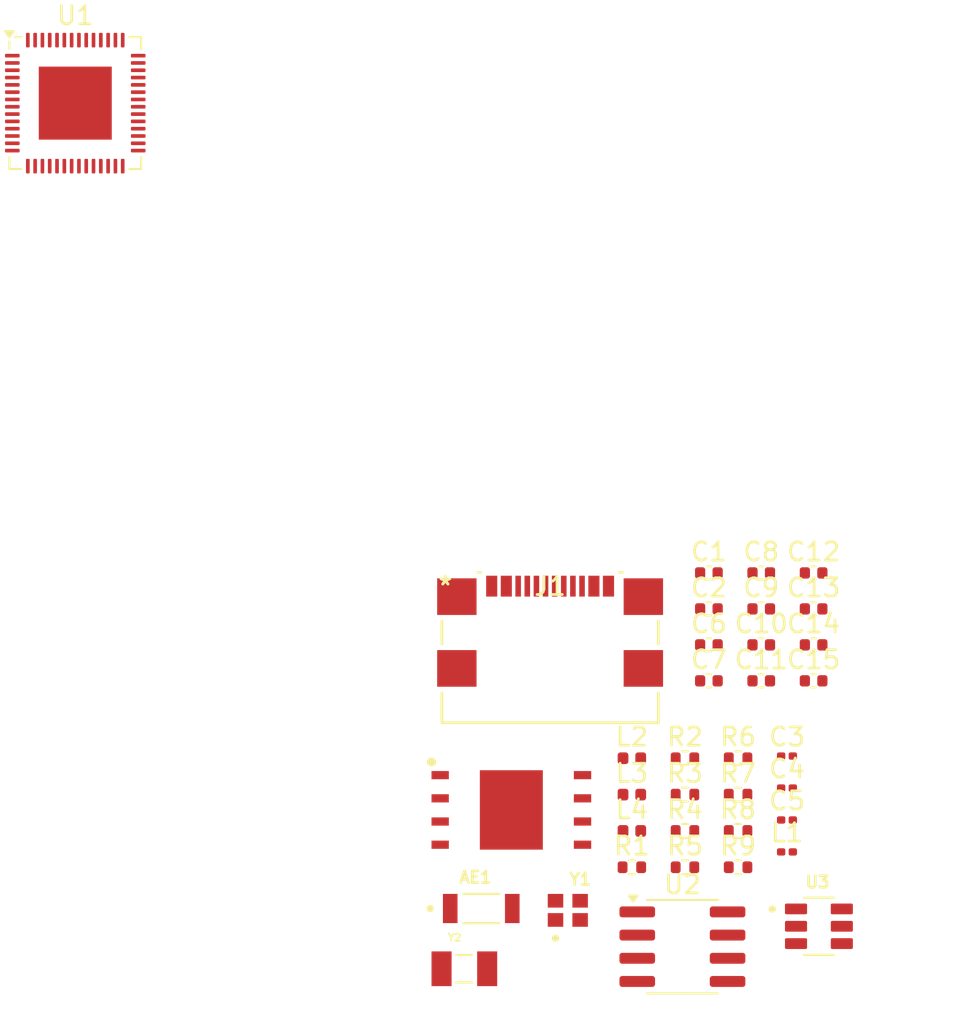
<source format=kicad_pcb>
(kicad_pcb (version 20240108) (generator "pcbnew") (generator_version "8.0")
  (layers (0 "F.Cu" signal) (31 "B.Cu" signal) (34 "B.Paste" user) (35 "F.Paste" user) (36 "B.SilkS" user "B.Silkscreen") (37 "F.SilkS" user "F.Silkscreen") (38 "B.Mask" user) (39 "F.Mask" user) (44 "Edge.Cuts" user))
  (net 0 "")
  (net 1 "Net-(AE1-FEED)")
  (net 2 "GNDA")
  (net 3 "GNDD")
  (net 5 "Net-(U1-XTAL_N)")
  (net 16 "Net-(C3-Pad2)")
  (net 18 "Net-(C5-Pad1)")
  (net 19 "Net-(U1-XTAL_P)")
  (net 21 "3V3")
  (net 22 "Net-(U1-XTAL_32K_P)")
  (net 23 "Net-(U1-XTAL_32K_N)")
  (net 24 "VDD_PSRAM")
  (net 28 "Net-(C15-Pad2)")
  (net 30 "MISO_FLASH")
  (net 33 "Net-(U1-LNA_IN)")
  (net 34 "MOSI_FLASH")
  (net 37 "SLCK_FLASH")
  (net 40 "CS_FLASH")
  (net 43 "USB_D-_EXT")
  (net 45 "USB_D+_EXT")
  (net 46 "Net-(J1-CC2)")
  (net 47 "Net-(J1-CC1)")
  (net 51 "5v_USB_EXT")
  (net 56 "CS_PSRAM")
  (net 57 "Net-(U1-SPICS1)")
  (net 58 "HLD_PSRAM")
  (net 59 "Net-(U1-SPIHD)")
  (net 60 "Net-(U1-SPIWP)")
  (net 61 "WP_PSRAM")
  (net 62 "Net-(U1-SPICLK)")
  (net 63 "SCLK_PSRAM")
  (net 64 "DO_PSRAM")
  (net 65 "Net-(U1-SPIQ)")
  (net 66 "DI_PSRAM")
  (net 67 "Net-(U1-SPID)")
  (net 68 "Net-(U1-GPIO20{slash}USB_D+)")
  (net 69 "Net-(U1-GPIO19{slash}USB_D-)")
  (footprint "Resistor_SMD:R_0402_1005Metric" (layer "F.Cu") (at 143.9066 109.8371)
    (property "Reference" "R2" (at 0 -1.17 0) (layer "F.SilkS"))
    (property "Value" "0")
    (fp_line (start -0.153641 -0.38) (end 0.153641 -0.38) (stroke (width 0.12)) (layer "F.SilkS"))
    (fp_line (start -0.153641 0.38) (end 0.153641 0.38) (stroke (width 0.12)) (layer "F.SilkS"))
    (pad "1" smd roundrect (at -0.51 0) (size 0.54 0.64) (layers "F.Cu" "F.Paste" "F.Mask") (net 57 "Net-(U1-SPICS1)"))
    (pad "2" smd roundrect (at 0.51 0) (size 0.54 0.64) (layers "F.Cu" "F.Paste" "F.Mask") (net 56 "CS_PSRAM"))
  )
  (footprint "Capacitor_SMD:C_0402_1005Metric" (layer "F.Cu") (at 150.9566 105.5971)
    (property "Reference" "C15" (at 0 -1.16 0) (layer "F.SilkS"))
    (property "Value" "0.1uF")
    (fp_line (start -0.107836 -0.36) (end 0.107836 -0.36) (stroke (width 0.12)) (layer "F.SilkS"))
    (fp_line (start -0.107836 0.36) (end 0.107836 0.36) (stroke (width 0.12)) (layer "F.SilkS"))
    (pad "1" smd roundrect (at -0.48 0) (size 0.56 0.62) (layers "F.Cu" "F.Paste" "F.Mask") (net 3 "GNDD"))
    (pad "2" smd roundrect (at 0.48 0) (size 0.56 0.62) (layers "F.Cu" "F.Paste" "F.Mask") (net 28 "Net-(C15-Pad2)"))
  )
  (footprint "Capacitor_SMD:C_0402_1005Metric" (layer "F.Cu") (at 150.9566 99.6871)
    (property "Reference" "C12" (at 0 -1.16 0) (layer "F.SilkS"))
    (property "Value" "17pF")
    (fp_line (start -0.107836 -0.36) (end 0.107836 -0.36) (stroke (width 0.12)) (layer "F.SilkS"))
    (fp_line (start -0.107836 0.36) (end 0.107836 0.36) (stroke (width 0.12)) (layer "F.SilkS"))
    (pad "1" smd roundrect (at -0.48 0) (size 0.56 0.62) (layers "F.Cu" "F.Paste" "F.Mask") (net 3 "GNDD"))
    (pad "2" smd roundrect (at 0.48 0) (size 0.56 0.62) (layers "F.Cu" "F.Paste" "F.Mask") (net 22 "Net-(U1-XTAL_32K_P)"))
  )
  (footprint "Resistor_SMD:R_0402_1005Metric" (layer "F.Cu") (at 143.9066 111.8271)
    (property "Reference" "R3" (at 0 -1.17 0) (layer "F.SilkS"))
    (property "Value" "0")
    (fp_line (start -0.153641 -0.38) (end 0.153641 -0.38) (stroke (width 0.12)) (layer "F.SilkS"))
    (fp_line (start -0.153641 0.38) (end 0.153641 0.38) (stroke (width 0.12)) (layer "F.SilkS"))
    (pad "1" smd roundrect (at -0.51 0) (size 0.54 0.64) (layers "F.Cu" "F.Paste" "F.Mask") (net 59 "Net-(U1-SPIHD)"))
    (pad "2" smd roundrect (at 0.51 0) (size 0.54 0.64) (layers "F.Cu" "F.Paste" "F.Mask") (net 58 "HLD_PSRAM"))
  )
  (footprint "Capacitor_SMD:C_0402_1005Metric" (layer "F.Cu") (at 145.2166 105.5971)
    (property "Reference" "C7" (at 0 -1.16 0) (layer "F.SilkS"))
    (property "Value" "0.1uF")
    (fp_line (start -0.107836 -0.36) (end 0.107836 -0.36) (stroke (width 0.12)) (layer "F.SilkS"))
    (fp_line (start -0.107836 0.36) (end 0.107836 0.36) (stroke (width 0.12)) (layer "F.SilkS"))
    (pad "1" smd roundrect (at -0.48 0) (size 0.56 0.62) (layers "F.Cu" "F.Paste" "F.Mask") (net 3 "GNDD"))
    (pad "2" smd roundrect (at 0.48 0) (size 0.56 0.62) (layers "F.Cu" "F.Paste" "F.Mask") (net 21 "3V3"))
  )
  (footprint "Capacitor_SMD:C_0402_1005Metric" (layer "F.Cu") (at 145.2166 99.6871)
    (property "Reference" "C1" (at 0 -1.16 0) (layer "F.SilkS"))
    (property "Value" "14pF")
    (fp_line (start -0.107836 -0.36) (end 0.107836 -0.36) (stroke (width 0.12)) (layer "F.SilkS"))
    (fp_line (start -0.107836 0.36) (end 0.107836 0.36) (stroke (width 0.12)) (layer "F.SilkS"))
    (pad "1" smd roundrect (at -0.48 0) (size 0.56 0.62) (layers "F.Cu" "F.Paste" "F.Mask") (net 3 "GNDD"))
    (pad "2" smd roundrect (at 0.48 0) (size 0.56 0.62) (layers "F.Cu" "F.Paste" "F.Mask") (net 19 "Net-(U1-XTAL_P)"))
  )
  (footprint "Resistor_SMD:R_0402_1005Metric" (layer "F.Cu") (at 143.9066 113.8171)
    (property "Reference" "R4" (at 0 -1.17 0) (layer "F.SilkS"))
    (property "Value" "0")
    (fp_line (start -0.153641 -0.38) (end 0.153641 -0.38) (stroke (width 0.12)) (layer "F.SilkS"))
    (fp_line (start -0.153641 0.38) (end 0.153641 0.38) (stroke (width 0.12)) (layer "F.SilkS"))
    (pad "1" smd roundrect (at -0.51 0) (size 0.54 0.64) (layers "F.Cu" "F.Paste" "F.Mask") (net 60 "Net-(U1-SPIWP)"))
    (pad "2" smd roundrect (at 0.51 0) (size 0.54 0.64) (layers "F.Cu" "F.Paste" "F.Mask") (net 61 "WP_PSRAM"))
  )
  (footprint "Capacitor_SMD:C_0402_1005Metric" (layer "F.Cu") (at 150.9566 101.6571)
    (property "Reference" "C13" (at 0 -1.16 0) (layer "F.SilkS"))
    (property "Value" "17pF")
    (fp_line (start -0.107836 -0.36) (end 0.107836 -0.36) (stroke (width 0.12)) (layer "F.SilkS"))
    (fp_line (start -0.107836 0.36) (end 0.107836 0.36) (stroke (width 0.12)) (layer "F.SilkS"))
    (pad "1" smd roundrect (at -0.48 0) (size 0.56 0.62) (layers "F.Cu" "F.Paste" "F.Mask") (net 23 "Net-(U1-XTAL_32K_N)"))
    (pad "2" smd roundrect (at 0.48 0) (size 0.56 0.62) (layers "F.Cu" "F.Paste" "F.Mask") (net 3 "GNDD"))
  )
  (footprint "wsg_fp:XDCR_2450AT18B100E" (layer "F.Cu") (at 132.7416 118.0671)
    (property "Reference" "AE1" (at -0.318 -1.7064 0) (layer "F.SilkS") (effects (font (size 0.64 0.64))))
    (property "Value" "Antenna_Chip")
    (fp_line (start -0.98 -0.8) (end 0.98 -0.8) (stroke (width 0.127)) (layer "F.SilkS"))
    (fp_line (start -0.98 0.8) (end 0.98 0.8) (stroke (width 0.127)) (layer "F.SilkS"))
    (fp_circle (center -2.8 0) (end -2.7 0) (stroke (width 0.2)) (fill none) (layer "F.SilkS"))
    (pad "1" smd rect (at -1.7 0) (size 0.8 1.6) (layers "F.Cu" "F.Paste" "F.Mask") (net 1 "Net-(AE1-FEED)"))
    (pad "2" smd rect (at 1.7 0) (size 0.8 1.6) (layers "F.Cu" "F.Paste" "F.Mask") (net 2 "GNDA"))
  )
  (footprint "wsg_fp:SOT95P280X145-6N" (layer "F.Cu") (at 151.2466 119.0396)
    (property "Reference" "U3" (at -0.078 -2.4189 0) (layer "F.SilkS") (effects (font (size 0.64 0.64))))
    (property "Value" "USBLC6-2SC6")
    (fp_line (start 0.8125 -1.565) (end -0.8125 -1.565) (stroke (width 0.127)) (layer "F.SilkS"))
    (fp_line (start 0.8125 1.565) (end -0.8125 1.565) (stroke (width 0.127)) (layer "F.SilkS"))
    (fp_circle (center -2.555 -0.945) (end -2.455 -0.945) (stroke (width 0.2)) (fill none) (layer "F.SilkS"))
    (pad "1" smd roundrect (at -1.255 -0.95) (size 1.21 0.59) (layers "F.Cu" "F.Paste" "F.Mask") (roundrect_rratio 0.125) (net 68 "Net-(U1-GPIO20{slash}USB_D+)"))
    (pad "2" smd roundrect (at -1.255 0) (size 1.21 0.59) (layers "F.Cu" "F.Paste" "F.Mask") (roundrect_rratio 0.125) (net 3 "GNDD"))
    (pad "3" smd roundrect (at -1.255 0.95) (size 1.21 0.59) (layers "F.Cu" "F.Paste" "F.Mask") (roundrect_rratio 0.125) (net 69 "Net-(U1-GPIO19{slash}USB_D-)"))
    (pad "4" smd roundrect (at 1.255 0.95) (size 1.21 0.59) (layers "F.Cu" "F.Paste" "F.Mask") (roundrect_rratio 0.125) (net 43 "USB_D-_EXT"))
    (pad "5" smd roundrect (at 1.255 0) (size 1.21 0.59) (layers "F.Cu" "F.Paste" "F.Mask") (roundrect_rratio 0.125) (net 51 "5v_USB_EXT"))
    (pad "6" smd roundrect (at 1.255 -0.95) (size 1.21 0.59) (layers "F.Cu" "F.Paste" "F.Mask") (roundrect_rratio 0.125) (net 45 "USB_D+_EXT"))
  )
  (footprint "Package_SO:SOIC-8_3.9x4.9mm_P1.27mm" (layer "F.Cu") (at 143.7666 120.1571)
    (property "Reference" "U2" (at 0 -3.4 0) (layer "F.SilkS"))
    (property "Value" "ESP-PSRAM64H")
    (fp_line (start 0 -2.56) (end -1.95 -2.56) (stroke (width 0.12)) (layer "F.SilkS"))
    (fp_line (start 0 -2.56) (end 1.95 -2.56) (stroke (width 0.12)) (layer "F.SilkS"))
    (fp_line (start 0 2.56) (end -1.95 2.56) (stroke (width 0.12)) (layer "F.SilkS"))
    (fp_line (start 0 2.56) (end 1.95 2.56) (stroke (width 0.12)) (layer "F.SilkS"))
    (fp_poly (pts (xy -2.7 -2.465) (xy -2.94 -2.795) (xy -2.46 -2.795) (xy -2.7 -2.465)) (stroke (width 0.12)) (fill solid) (layer "F.SilkS"))
    (pad "1" smd roundrect (at -2.475 -1.905) (size 1.95 0.6) (layers "F.Cu" "F.Paste" "F.Mask") (net 56 "CS_PSRAM"))
    (pad "2" smd roundrect (at -2.475 -0.635) (size 1.95 0.6) (layers "F.Cu" "F.Paste" "F.Mask") (net 64 "DO_PSRAM"))
    (pad "3" smd roundrect (at -2.475 0.635) (size 1.95 0.6) (layers "F.Cu" "F.Paste" "F.Mask") (net 61 "WP_PSRAM"))
    (pad "4" smd roundrect (at -2.475 1.905) (size 1.95 0.6) (layers "F.Cu" "F.Paste" "F.Mask") (net 3 "GNDD"))
    (pad "5" smd roundrect (at 2.475 1.905) (size 1.95 0.6) (layers "F.Cu" "F.Paste" "F.Mask") (net 66 "DI_PSRAM"))
    (pad "6" smd roundrect (at 2.475 0.635) (size 1.95 0.6) (layers "F.Cu" "F.Paste" "F.Mask") (net 63 "SCLK_PSRAM"))
    (pad "7" smd roundrect (at 2.475 -0.635) (size 1.95 0.6) (layers "F.Cu" "F.Paste" "F.Mask") (net 58 "HLD_PSRAM"))
    (pad "8" smd roundrect (at 2.475 -1.905) (size 1.95 0.6) (layers "F.Cu" "F.Paste" "F.Mask") (net 24 "VDD_PSRAM"))
  )
  (footprint "Capacitor_SMD:C_0201_0603Metric" (layer "F.Cu") (at 149.4966 109.7171)
    (property "Reference" "C3" (at 0 -1.05 0) (layer "F.SilkS"))
    (property "Value" "1.5pF")
    (pad "1" smd roundrect (at -0.32 0) (size 0.46 0.4) (layers "F.Cu" "F.Mask") (net 2 "GNDA"))
    (pad "2" smd roundrect (at 0.32 0) (size 0.46 0.4) (layers "F.Cu" "F.Mask") (net 16 "Net-(C3-Pad2)"))
  )
  (footprint "Capacitor_SMD:C_0402_1005Metric" (layer "F.Cu") (at 145.2166 101.6571)
    (property "Reference" "C2" (at 0 -1.16 0) (layer "F.SilkS"))
    (property "Value" "14pF")
    (fp_line (start -0.107836 -0.36) (end 0.107836 -0.36) (stroke (width 0.12)) (layer "F.SilkS"))
    (fp_line (start -0.107836 0.36) (end 0.107836 0.36) (stroke (width 0.12)) (layer "F.SilkS"))
    (pad "1" smd roundrect (at -0.48 0) (size 0.56 0.62) (layers "F.Cu" "F.Paste" "F.Mask") (net 5 "Net-(U1-XTAL_N)"))
    (pad "2" smd roundrect (at 0.48 0) (size 0.56 0.62) (layers "F.Cu" "F.Paste" "F.Mask") (net 3 "GNDD"))
  )
  (footprint "Inductor_SMD:L_0402_1005Metric" (layer "F.Cu") (at 140.9966 109.8371)
    (property "Reference" "L2" (at 0 -1.17 0) (layer "F.SilkS"))
    (property "Value" "3.3nH")
    (pad "1" smd roundrect (at -0.485 0) (size 0.59 0.64) (layers "F.Cu" "F.Paste" "F.Mask") (net 18 "Net-(C5-Pad1)"))
    (pad "2" smd roundrect (at 0.485 0) (size 0.59 0.64) (layers "F.Cu" "F.Paste" "F.Mask") (net 1 "Net-(AE1-FEED)"))
  )
  (footprint "wsg_fp:SON127P800X600X80-9N-D" (layer "F.Cu") (at 134.3916 112.6671)
    (property "Reference" "IC2" (hide yes))
    (property "Value" "W25N04KVZEIR" (hide yes))
    (fp_circle (center -4.375 -2.63) (end -4.375 -2.505) (stroke (width 0.25)) (fill none) (layer "F.SilkS"))
    (pad "1" smd rect (at -3.9 -1.905 90) (size 0.45 0.95) (layers "F.Cu" "F.Paste" "F.Mask") (net 40 "CS_FLASH"))
    (pad "2" smd rect (at -3.9 -0.635 90) (size 0.45 0.95) (layers "F.Cu" "F.Paste" "F.Mask") (net 30 "MISO_FLASH"))
    (pad "3" smd rect (at -3.9 0.635 90) (size 0.45 0.95) (layers "F.Cu" "F.Paste" "F.Mask") (net 21 "3V3"))
    (pad "4" smd rect (at -3.9 1.905 90) (size 0.45 0.95) (layers "F.Cu" "F.Paste" "F.Mask") (net 3 "GNDD"))
    (pad "5" smd rect (at 3.9 1.905 90) (size 0.45 0.95) (layers "F.Cu" "F.Paste" "F.Mask") (net 34 "MOSI_FLASH"))
    (pad "6" smd rect (at 3.9 0.635 90) (size 0.45 0.95) (layers "F.Cu" "F.Paste" "F.Mask") (net 37 "SLCK_FLASH"))
    (pad "7" smd rect (at 3.9 -0.635 90) (size 0.45 0.95) (layers "F.Cu" "F.Paste" "F.Mask") (net 21 "3V3"))
    (pad "8" smd rect (at 3.9 -1.905 90) (size 0.45 0.95) (layers "F.Cu" "F.Paste" "F.Mask") (net 21 "3V3"))
    (pad "9" smd rect (at 0 0) (size 3.45 4.35) (layers "F.Cu" "F.Paste" "F.Mask") (net 3 "GNDD"))
  )
  (footprint "wsg_fp:USB4110-GF-A_GCT" (layer "F.Cu") (at 136.5153 103.7741)
    (property "Reference" "J1" (at 0 -3.3628 0) (layer "F.SilkS"))
    (property "Value" "USB4110-GF-A")
    (fp_line (start -5.9309 -1.45176) (end -5.9309 -0.19384) (stroke (width 0.1524)) (layer "F.SilkS"))
    (fp_line (start -5.9309 2.47824) (end -5.9309 4.1148) (stroke (width 0.1524)) (layer "F.SilkS"))
    (fp_line (start -5.9309 4.1148) (end 5.9309 4.1148) (stroke (width 0.1524)) (layer "F.SilkS"))
    (fp_line (start -3.784329 -4.1148) (end -3.953466 -4.1148) (stroke (width 0.1524)) (layer "F.SilkS"))
    (fp_line (start 3.953466 -4.1148) (end 3.784326 -4.1148) (stroke (width 0.1524)) (layer "F.SilkS"))
    (fp_line (start 5.9309 -0.19384) (end 5.9309 -1.45176) (stroke (width 0.1524)) (layer "F.SilkS"))
    (fp_line (start 5.9309 4.1148) (end 5.9309 2.47824) (stroke (width 0.1524)) (layer "F.SilkS"))
    (fp_text user "*" (at -5.740001 -3.3628 0) (layer "F.SilkS"))
    (fp_text user "*" (at -5.740001 -3.3628 0) (layer "F.SilkS"))
    (pad "" np_thru_hole circle (at -2.890001 -2.2878) (size 0.6604 0.6604) (drill 0.6604) (layers "*.Cu" "*.Mask"))
    (pad "" np_thru_hole circle (at 2.890001 -2.2878) (size 0.6604 0.6604) (drill 0.6604) (layers "*.Cu" "*.Mask"))
    (pad "15" smd rect (at -5.11 -2.7878) (size 2.159 2.0066) (layers "F.Cu" "F.Paste" "F.Mask"))
    (pad "16" smd rect (at 5.11 -2.7878) (size 2.159 2.0066) (layers "F.Cu" "F.Paste" "F.Mask"))
    (pad "17" smd rect (at -5.11 1.1422) (size 2.159 2.0066) (layers "F.Cu" "F.Paste" "F.Mask"))
    (pad "18" smd rect (at 5.11 1.1422) (size 2.159 2.0066) (layers "F.Cu" "F.Paste" "F.Mask"))
    (pad "A1-B12" smd rect (at -3.200001 -3.3628) (size 0.6096 1.143) (layers "F.Cu" "F.Paste" "F.Mask") (net 3 "GNDD"))
    (pad "A4-B9" smd rect (at -2.4 -3.3628) (size 0.6096 1.143) (layers "F.Cu" "F.Paste" "F.Mask") (net 51 "5v_USB_EXT"))
    (pad "A5" smd rect (at -1.25 -3.3628) (size 0.3048 1.143) (layers "F.Cu" "F.Paste" "F.Mask") (net 47 "Net-(J1-CC1)"))
    (pad "A6" smd rect (at -0.25 -3.3628) (size 0.3048 1.143) (layers "F.Cu" "F.Paste" "F.Mask") (net 45 "USB_D+_EXT"))
    (pad "A7" smd rect (at 0.25 -3.3628) (size 0.3048 1.143) (layers "F.Cu" "F.Paste" "F.Mask") (net 43 "USB_D-_EXT"))
    (pad "A8" smd rect (at 1.25 -3.3628) (size 0.3048 1.143) (layers "F.Cu" "F.Paste" "F.Mask"))
    (pad "A9-B4" smd rect (at 2.4 -3.3628) (size 0.6096 1.143) (layers "F.Cu" "F.Paste" "F.Mask") (net 51 "5v_USB_EXT"))
    (pad "A12-B1" smd rect (at 3.199999 -3.3628) (size 0.6096 1.143) (layers "F.Cu" "F.Paste" "F.Mask") (net 3 "GNDD"))
    (pad "B5" smd rect (at 1.749999 -3.3628) (size 0.3048 1.143) (layers "F.Cu" "F.Paste" "F.Mask") (net 46 "Net-(J1-CC2)"))
    (pad "B6" smd rect (at 0.750001 -3.3628) (size 0.3048 1.143) (layers "F.Cu" "F.Paste" "F.Mask") (net 45 "USB_D+_EXT"))
    (pad "B7" smd rect (at -0.750001 -3.3628) (size 0.3048 1.143) (layers "F.Cu" "F.Paste" "F.Mask") (net 43 "USB_D-_EXT"))
    (pad "B8" smd rect (at -1.749999 -3.3628) (size 0.3048 1.143) (layers "F.Cu" "F.Paste" "F.Mask"))
  )
  (footprint "Resistor_SMD:R_0402_1005Metric" (layer "F.Cu") (at 143.9066 115.8071)
    (property "Reference" "R5" (at 0 -1.17 0) (layer "F.SilkS"))
    (property "Value" "0")
    (fp_line (start -0.153641 -0.38) (end 0.153641 -0.38) (stroke (width 0.12)) (layer "F.SilkS"))
    (fp_line (start -0.153641 0.38) (end 0.153641 0.38) (stroke (width 0.12)) (layer "F.SilkS"))
    (pad "1" smd roundrect (at -0.51 0) (size 0.54 0.64) (layers "F.Cu" "F.Paste" "F.Mask") (net 62 "Net-(U1-SPICLK)"))
    (pad "2" smd roundrect (at 0.51 0) (size 0.54 0.64) (layers "F.Cu" "F.Paste" "F.Mask") (net 63 "SCLK_PSRAM"))
  )
  (footprint "Resistor_SMD:R_0402_1005Metric" (layer "F.Cu") (at 146.8166 113.8171)
    (property "Reference" "R8" (at 0 -1.17 0) (layer "F.SilkS"))
    (property "Value" "5.1k")
    (fp_line (start -0.153641 -0.38) (end 0.153641 -0.38) (stroke (width 0.12)) (layer "F.SilkS"))
    (fp_line (start -0.153641 0.38) (end 0.153641 0.38) (stroke (width 0.12)) (layer "F.SilkS"))
    (pad "1" smd roundrect (at -0.51 0) (size 0.54 0.64) (layers "F.Cu" "F.Paste" "F.Mask") (net 47 "Net-(J1-CC1)"))
    (pad "2" smd roundrect (at 0.51 0) (size 0.54 0.64) (layers "F.Cu" "F.Paste" "F.Mask") (net 3 "GNDD"))
  )
  (footprint "Package_DFN_QFN:QFN-56-1EP_7x7mm_P0.4mm_EP4x4mm" (layer "F.Cu") (at 110.4944 73.9556)
    (property "Reference" "U1" (at 0 -4.8 0) (layer "F.SilkS"))
    (property "Value" "ESP32-S3")
    (fp_line (start -3.61 -2.96) (end -3.61 -3.37) (stroke (width 0.12)) (layer "F.SilkS"))
    (fp_line (start -3.61 3.61) (end -3.61 2.96) (stroke (width 0.12)) (layer "F.SilkS"))
    (fp_line (start -2.96 -3.61) (end -3.31 -3.61) (stroke (width 0.12)) (layer "F.SilkS"))
    (fp_line (start -2.96 3.61) (end -3.61 3.61) (stroke (width 0.12)) (layer "F.SilkS"))
    (fp_line (start 2.96 -3.61) (end 3.61 -3.61) (stroke (width 0.12)) (layer "F.SilkS"))
    (fp_line (start 2.96 3.61) (end 3.61 3.61) (stroke (width 0.12)) (layer "F.SilkS"))
    (fp_line (start 3.61 -3.61) (end 3.61 -2.96) (stroke (width 0.12)) (layer "F.SilkS"))
    (fp_line (start 3.61 3.61) (end 3.61 2.96) (stroke (width 0.12)) (layer "F.SilkS"))
    (fp_poly (pts (xy -3.61 -3.61) (xy -3.85 -3.94) (xy -3.37 -3.94) (xy -3.61 -3.61)) (stroke (width 0.12)) (fill solid) (layer "F.SilkS"))
    (pad "1" smd roundrect (at -3.45 -2.6) (size 0.8 0.2) (layers "F.Cu" "F.Paste" "F.Mask") (net 33 "Net-(U1-LNA_IN)"))
    (pad "2" smd roundrect (at -3.45 -2.2) (size 0.8 0.2) (layers "F.Cu" "F.Paste" "F.Mask") (net 28 "Net-(C15-Pad2)"))
    (pad "3" smd roundrect (at -3.45 -1.8) (size 0.8 0.2) (layers "F.Cu" "F.Paste" "F.Mask") (net 28 "Net-(C15-Pad2)"))
    (pad "4" smd roundrect (at -3.45 -1.4) (size 0.8 0.2) (layers "F.Cu" "F.Paste" "F.Mask") (net 21 "3V3"))
    (pad "5" smd roundrect (at -3.45 -1) (size 0.8 0.2) (layers "F.Cu" "F.Paste" "F.Mask"))
    (pad "6" smd roundrect (at -3.45 -0.6) (size 0.8 0.2) (layers "F.Cu" "F.Paste" "F.Mask"))
    (pad "7" smd roundrect (at -3.45 -0.2) (size 0.8 0.2) (layers "F.Cu" "F.Paste" "F.Mask"))
    (pad "8" smd roundrect (at -3.45 0.2) (size 0.8 0.2) (layers "F.Cu" "F.Paste" "F.Mask"))
    (pad "9" smd roundrect (at -3.45 0.6) (size 0.8 0.2) (layers "F.Cu" "F.Paste" "F.Mask"))
    (pad "10" smd roundrect (at -3.45 1) (size 0.8 0.2) (layers "F.Cu" "F.Paste" "F.Mask"))
    (pad "11" smd roundrect (at -3.45 1.4) (size 0.8 0.2) (layers "F.Cu" "F.Paste" "F.Mask"))
    (pad "12" smd roundrect (at -3.45 1.8) (size 0.8 0.2) (layers "F.Cu" "F.Paste" "F.Mask"))
    (pad "13" smd roundrect (at -3.45 2.2) (size 0.8 0.2) (layers "F.Cu" "F.Paste" "F.Mask"))
    (pad "14" smd roundrect (at -3.45 2.6) (size 0.8 0.2) (layers "F.Cu" "F.Paste" "F.Mask"))
    (pad "15" smd roundrect (at -2.6 3.45) (size 0.2 0.8) (layers "F.Cu" "F.Paste" "F.Mask") (net 40 "CS_FLASH"))
    (pad "16" smd roundrect (at -2.2 3.45) (size 0.2 0.8) (layers "F.Cu" "F.Paste" "F.Mask") (net 30 "MISO_FLASH"))
    (pad "17" smd roundrect (at -1.8 3.45) (size 0.2 0.8) (layers "F.Cu" "F.Paste" "F.Mask") (net 37 "SLCK_FLASH"))
    (pad "18" smd roundrect (at -1.4 3.45) (size 0.2 0.8) (layers "F.Cu" "F.Paste" "F.Mask") (net 34 "MOSI_FLASH"))
    (pad "19" smd roundrect (at -1 3.45) (size 0.2 0.8) (layers "F.Cu" "F.Paste" "F.Mask"))
    (pad "20" smd roundrect (at -0.6 3.45) (size 0.2 0.8) (layers "F.Cu" "F.Paste" "F.Mask") (net 21 "3V3"))
    (pad "21" smd roundrect (at -0.2 3.45) (size 0.2 0.8) (layers "F.Cu" "F.Paste" "F.Mask") (net 22 "Net-(U1-XTAL_32K_P)"))
    (pad "22" smd roundrect (at 0.2 3.45) (size 0.2 0.8) (layers "F.Cu" "F.Paste" "F.Mask") (net 23 "Net-(U1-XTAL_32K_N)"))
    (pad "23" smd roundrect (at 0.6 3.45) (size 0.2 0.8) (layers "F.Cu" "F.Paste" "F.Mask"))
    (pad "24" smd roundrect (at 1 3.45) (size 0.2 0.8) (layers "F.Cu" "F.Paste" "F.Mask"))
    (pad "25" smd roundrect (at 1.4 3.45) (size 0.2 0.8) (layers "F.Cu" "F.Paste" "F.Mask") (net 69 "Net-(U1-GPIO19{slash}USB_D-)"))
    (pad "26" smd roundrect (at 1.8 3.45) (size 0.2 0.8) (layers "F.Cu" "F.Paste" "F.Mask") (net 68 "Net-(U1-GPIO20{slash}USB_D+)"))
    (pad "27" smd roundrect (at 2.2 3.45) (size 0.2 0.8) (layers "F.Cu" "F.Paste" "F.Mask"))
    (pad "28" smd roundrect (at 2.6 3.45) (size 0.2 0.8) (layers "F.Cu" "F.Paste" "F.Mask") (net 57 "Net-(U1-SPICS1)"))
    (pad "29" smd roundrect (at 3.45 2.6) (size 0.8 0.2) (layers "F.Cu" "F.Paste" "F.Mask") (net 24 "VDD_PSRAM"))
    (pad "30" smd roundrect (at 3.45 2.2) (size 0.8 0.2) (layers "F.Cu" "F.Paste" "F.Mask") (net 59 "Net-(U1-SPIHD)"))
    (pad "31" smd roundrect (at 3.45 1.8) (size 0.8 0.2) (layers "F.Cu" "F.Paste" "F.Mask") (net 60 "Net-(U1-SPIWP)"))
    (pad "32" smd roundrect (at 3.45 1.4) (size 0.8 0.2) (layers "F.Cu" "F.Paste" "F.Mask"))
    (pad "33" smd roundrect (at 3.45 1) (size 0.8 0.2) (layers "F.Cu" "F.Paste" "F.Mask") (net 62 "Net-(U1-SPICLK)"))
    (pad "34" smd roundrect (at 3.45 0.6) (size 0.8 0.2) (layers "F.Cu" "F.Paste" "F.Mask") (net 65 "Net-(U1-SPIQ)"))
    (pad "35" smd roundrect (at 3.45 0.2) (size 0.8 0.2) (layers "F.Cu" "F.Paste" "F.Mask") (net 67 "Net-(U1-SPID)"))
    (pad "36" smd roundrect (at 3.45 -0.2) (size 0.8 0.2) (layers "F.Cu" "F.Paste" "F.Mask"))
    (pad "37" smd roundrect (at 3.45 -0.6) (size 0.8 0.2) (layers "F.Cu" "F.Paste" "F.Mask"))
    (pad "38" smd roundrect (at 3.45 -1) (size 0.8 0.2) (layers "F.Cu" "F.Paste" "F.Mask"))
    (pad "39" smd roundrect (at 3.45 -1.4) (size 0.8 0.2) (layers "F.Cu" "F.Paste" "F.Mask"))
    (pad "40" smd roundrect (at 3.45 -1.8) (size 0.8 0.2) (layers "F.Cu" "F.Paste" "F.Mask"))
    (pad "41" smd roundrect (at 3.45 -2.2) (size 0.8 0.2) (layers "F.Cu" "F.Paste" "F.Mask"))
    (pad "42" smd roundrect (at 3.45 -2.6) (size 0.8 0.2) (layers "F.Cu" "F.Paste" "F.Mask"))
    (pad "43" smd roundrect (at 2.6 -3.45) (size 0.2 0.8) (layers "F.Cu" "F.Paste" "F.Mask"))
    (pad "44" smd roundrect (at 2.2 -3.45) (size 0.2 0.8) (layers "F.Cu" "F.Paste" "F.Mask"))
    (pad "45" smd roundrect (at 1.8 -3.45) (size 0.2 0.8) (layers "F.Cu" "F.Paste" "F.Mask"))
    (pad "46" smd roundrect (at 1.4 -3.45) (size 0.2 0.8) (layers "F.Cu" "F.Paste" "F.Mask") (net 21 "3V3"))
    (pad "47" smd roundrect (at 1 -3.45) (size 0.2 0.8) (layers "F.Cu" "F.Paste" "F.Mask"))
    (pad "48" smd roundrect (at 0.6 -3.45) (size 0.2 0.8) (layers "F.Cu" "F.Paste" "F.Mask"))
    (pad "49" smd roundrect (at 0.2 -3.45) (size 0.2 0.8) (layers "F.Cu" "F.Paste" "F.Mask"))
    (pad "50" smd roundrect (at -0.2 -3.45) (size 0.2 0.8) (layers "F.Cu" "F.Paste" "F.Mask"))
    (pad "51" smd roundrect (at -0.6 -3.45) (size 0.2 0.8) (layers "F.Cu" "F.Paste" "F.Mask"))
    (pad "52" smd roundrect (at -1 -3.45) (size 0.2 0.8) (layers "F.Cu" "F.Paste" "F.Mask"))
    (pad "53" smd roundrect (at -1.4 -3.45) (size 0.2 0.8) (layers "F.Cu" "F.Paste" "F.Mask") (net 5 "Net-(U1-XTAL_N)"))
    (pad "54" smd roundrect (at -1.8 -3.45) (size 0.2 0.8) (layers "F.Cu" "F.Paste" "F.Mask") (net 19 "Net-(U1-XTAL_P)"))
    (pad "55" smd roundrect (at -2.2 -3.45) (size 0.2 0.8) (layers "F.Cu" "F.Paste" "F.Mask") (net 21 "3V3"))
    (pad "56" smd roundrect (at -2.6 -3.45) (size 0.2 0.8) (layers "F.Cu" "F.Paste" "F.Mask") (net 21 "3V3"))
    (pad "57" smd rect (at 0 0) (size 4 4) (property pad_prop_heatsink) (layers "F.Cu" "F.Mask") (net 3 "GNDD"))
  )
  (footprint "Capacitor_SMD:C_0402_1005Metric" (layer "F.Cu") (at 148.0866 99.6871)
    (property "Reference" "C8" (at 0 -1.16 0) (layer "F.SilkS"))
    (property "Value" "10uF")
    (fp_line (start -0.107836 -0.36) (end 0.107836 -0.36) (stroke (width 0.12)) (layer "F.SilkS"))
    (fp_line (start -0.107836 0.36) (end 0.107836 0.36) (stroke (width 0.12)) (layer "F.SilkS"))
    (pad "1" smd roundrect (at -0.48 0) (size 0.56 0.62) (layers "F.Cu" "F.Paste" "F.Mask") (net 3 "GNDD"))
    (pad "2" smd roundrect (at 0.48 0) (size 0.56 0.62) (layers "F.Cu" "F.Paste" "F.Mask") (net 21 "3V3"))
  )
  (footprint "Capacitor_SMD:C_0402_1005Metric" (layer "F.Cu") (at 145.2166 103.6271)
    (property "Reference" "C6" (at 0 -1.16 0) (layer "F.SilkS"))
    (property "Value" "4.7uF")
    (fp_line (start -0.107836 -0.36) (end 0.107836 -0.36) (stroke (width 0.12)) (layer "F.SilkS"))
    (fp_line (start -0.107836 0.36) (end 0.107836 0.36) (stroke (width 0.12)) (layer "F.SilkS"))
    (pad "1" smd roundrect (at -0.48 0) (size 0.56 0.62) (layers "F.Cu" "F.Paste" "F.Mask") (net 3 "GNDD"))
    (pad "2" smd roundrect (at 0.48 0) (size 0.56 0.62) (layers "F.Cu" "F.Paste" "F.Mask") (net 21 "3V3"))
  )
  (footprint "wsg_fp:XTAL_ECS-.327-12.5-34B-TR" (layer "F.Cu") (at 131.8166 121.3671)
    (property "Reference" "Y2" (at -0.529588 -1.708135 0) (layer "F.SilkS") (effects (font (size 0.394889 0.394889) (thickness 0.098722))))
    (property "Value" "ECS-.327-12.5-34B-TR")
    (fp_line (start -0.44 -0.75) (end 0.44 -0.75) (stroke (width 0.127)) (layer "F.SilkS"))
    (fp_line (start -0.44 0.75) (end 0.44 0.75) (stroke (width 0.127)) (layer "F.SilkS"))
    (pad "1" smd rect (at -1.25 0) (size 1.1 1.9) (layers "F.Cu" "F.Paste" "F.Mask") (net 23 "Net-(U1-XTAL_32K_N)"))
    (pad "2" smd rect (at 1.25 0) (size 1.1 1.9) (layers "F.Cu" "F.Paste" "F.Mask") (net 22 "Net-(U1-XTAL_32K_P)"))
  )
  (footprint "Resistor_SMD:R_0402_1005Metric" (layer "F.Cu") (at 140.9966 115.8071)
    (property "Reference" "R1" (at 0 -1.17 0) (layer "F.SilkS"))
    (property "Value" "100k")
    (fp_line (start -0.153641 -0.38) (end 0.153641 -0.38) (stroke (width 0.12)) (layer "F.SilkS"))
    (fp_line (start -0.153641 0.38) (end 0.153641 0.38) (stroke (width 0.12)) (layer "F.SilkS"))
    (pad "1" smd roundrect (at -0.51 0) (size 0.54 0.64) (layers "F.Cu" "F.Paste" "F.Mask") (net 21 "3V3"))
    (pad "2" smd roundrect (at 0.51 0) (size 0.54 0.64) (layers "F.Cu" "F.Paste" "F.Mask") (net 40 "CS_FLASH"))
  )
  (footprint "Inductor_SMD:L_0402_1005Metric" (layer "F.Cu") (at 140.9966 113.8171)
    (property "Reference" "L4" (at 0 -1.17 0) (layer "F.SilkS"))
    (property "Value" "2.2nH")
    (pad "1" smd roundrect (at -0.485 0) (size 0.59 0.64) (layers "F.Cu" "F.Paste" "F.Mask") (net 21 "3V3"))
    (pad "2" smd roundrect (at 0.485 0) (size 0.59 0.64) (layers "F.Cu" "F.Paste" "F.Mask") (net 28 "Net-(C15-Pad2)"))
  )
  (footprint "Resistor_SMD:R_0402_1005Metric" (layer "F.Cu") (at 146.8166 115.8071)
    (property "Reference" "R9" (at 0 -1.17 0) (layer "F.SilkS"))
    (property "Value" "5.1k")
    (fp_line (start -0.153641 -0.38) (end 0.153641 -0.38) (stroke (width 0.12)) (layer "F.SilkS"))
    (fp_line (start -0.153641 0.38) (end 0.153641 0.38) (stroke (width 0.12)) (layer "F.SilkS"))
    (pad "1" smd roundrect (at -0.51 0) (size 0.54 0.64) (layers "F.Cu" "F.Paste" "F.Mask") (net 46 "Net-(J1-CC2)"))
    (pad "2" smd roundrect (at 0.51 0) (size 0.54 0.64) (layers "F.Cu" "F.Paste" "F.Mask") (net 3 "GNDD"))
  )
  (footprint "Capacitor_SMD:C_0402_1005Metric" (layer "F.Cu") (at 148.0866 103.6271)
    (property "Reference" "C10" (at 0 -1.16 0) (layer "F.SilkS"))
    (property "Value" "0.1uF")
    (fp_line (start -0.107836 -0.36) (end 0.107836 -0.36) (stroke (width 0.12)) (layer "F.SilkS"))
    (fp_line (start -0.107836 0.36) (end 0.107836 0.36) (stroke (width 0.12)) (layer "F.SilkS"))
    (pad "1" smd roundrect (at -0.48 0) (size 0.56 0.62) (layers "F.Cu" "F.Paste" "F.Mask") (net 3 "GNDD"))
    (pad "2" smd roundrect (at 0.48 0) (size 0.56 0.62) (layers "F.Cu" "F.Paste" "F.Mask") (net 21 "3V3"))
  )
  (footprint "wsg_fp:XTAL_ECS-400-10-37B2-CKY-TR" (layer "F.Cu") (at 137.4866 118.1671)
    (property "Reference" "Y1" (at 0.682 -1.7014 0) (layer "F.SilkS") (effects (font (size 0.64 0.64))))
    (property "Value" "ECS-400-10-37B2-CKY-TR")
    (fp_circle (center -0.675 1.525) (end -0.575 1.525) (stroke (width 0.2)) (fill none) (layer "F.SilkS"))
    (pad "1" smd rect (at -0.675 0.525) (size 0.85 0.75) (layers "F.Cu" "F.Paste" "F.Mask") (net 19 "Net-(U1-XTAL_P)"))
    (pad "2" smd rect (at 0.675 0.525) (size 0.85 0.75) (layers "F.Cu" "F.Paste" "F.Mask") (net 3 "GNDD"))
    (pad "3" smd rect (at 0.675 -0.525) (size 0.85 0.75) (layers "F.Cu" "F.Paste" "F.Mask") (net 5 "Net-(U1-XTAL_N)"))
    (pad "4" smd rect (at -0.675 -0.525) (size 0.85 0.75) (layers "F.Cu" "F.Paste" "F.Mask") (net 3 "GNDD"))
  )
  (footprint "Capacitor_SMD:C_0201_0603Metric" (layer "F.Cu") (at 149.4966 111.4671)
    (property "Reference" "C4" (at 0 -1.05 0) (layer "F.SilkS"))
    (property "Value" "1.5pF")
    (pad "1" smd roundrect (at -0.32 0) (size 0.46 0.4) (layers "F.Cu" "F.Mask") (net 2 "GNDA"))
    (pad "2" smd roundrect (at 0.32 0) (size 0.46 0.4) (layers "F.Cu" "F.Mask") (net 33 "Net-(U1-LNA_IN)"))
  )
  (footprint "Inductor_SMD:L_0402_1005Metric" (layer "F.Cu") (at 140.9966 111.8271)
    (property "Reference" "L3" (at 0 -1.17 0) (layer "F.SilkS"))
    (property "Value" "2.7nH")
    (pad "1" smd roundrect (at -0.485 0) (size 0.59 0.64) (layers "F.Cu" "F.Paste" "F.Mask") (net 2 "GNDA"))
    (pad "2" smd roundrect (at 0.485 0) (size 0.59 0.64) (layers "F.Cu" "F.Paste" "F.Mask") (net 18 "Net-(C5-Pad1)"))
  )
  (footprint "Inductor_SMD:L_0201_0603Metric" (layer "F.Cu") (at 149.4966 114.9671)
    (property "Reference" "L1" (at 0 -1.05 0) (layer "F.SilkS"))
    (property "Value" "2.7nH")
    (pad "1" smd roundrect (at -0.32 0) (size 0.46 0.4) (layers "F.Cu" "F.Mask") (net 33 "Net-(U1-LNA_IN)"))
    (pad "2" smd roundrect (at 0.32 0) (size 0.46 0.4) (layers "F.Cu" "F.Mask") (net 16 "Net-(C3-Pad2)"))
  )
  (footprint "Capacitor_SMD:C_0201_0603Metric" (layer "F.Cu") (at 149.4966 113.2171)
    (property "Reference" "C5" (at 0 -1.05 0) (layer "F.SilkS"))
    (property "Value" "1.2pF")
    (pad "1" smd roundrect (at -0.32 0) (size 0.46 0.4) (layers "F.Cu" "F.Mask") (net 18 "Net-(C5-Pad1)"))
    (pad "2" smd roundrect (at 0.32 0) (size 0.46 0.4) (layers "F.Cu" "F.Mask") (net 16 "Net-(C3-Pad2)"))
  )
  (footprint "Capacitor_SMD:C_0402_1005Metric" (layer "F.Cu") (at 148.0866 105.5971)
    (property "Reference" "C11" (at 0 -1.16 0) (layer "F.SilkS"))
    (property "Value" "0.1uF")
    (fp_line (start -0.107836 -0.36) (end 0.107836 -0.36) (stroke (width 0.12)) (layer "F.SilkS"))
    (fp_line (start -0.107836 0.36) (end 0.107836 0.36) (stroke (width 0.12)) (layer "F.SilkS"))
    (pad "1" smd roundrect (at -0.48 0) (size 0.56 0.62) (layers "F.Cu" "F.Paste" "F.Mask") (net 3 "GNDD"))
    (pad "2" smd roundrect (at 0.48 0) (size 0.56 0.62) (layers "F.Cu" "F.Paste" "F.Mask") (net 21 "3V3"))
  )
  (footprint "Capacitor_SMD:C_0402_1005Metric" (layer "F.Cu") (at 148.0866 101.6571)
    (property "Reference" "C9" (at 0 -1.16 0) (layer "F.SilkS"))
    (property "Value" "0.1uF")
    (fp_line (start -0.107836 -0.36) (end 0.107836 -0.36) (stroke (width 0.12)) (layer "F.SilkS"))
    (fp_line (start -0.107836 0.36) (end 0.107836 0.36) (stroke (width 0.12)) (layer "F.SilkS"))
    (pad "1" smd roundrect (at -0.48 0) (size 0.56 0.62) (layers "F.Cu" "F.Paste" "F.Mask") (net 3 "GNDD"))
    (pad "2" smd roundrect (at 0.48 0) (size 0.56 0.62) (layers "F.Cu" "F.Paste" "F.Mask") (net 21 "3V3"))
  )
  (footprint "Resistor_SMD:R_0402_1005Metric" (layer "F.Cu") (at 146.8166 109.8371)
    (property "Reference" "R6" (at 0 -1.17 0) (layer "F.SilkS"))
    (property "Value" "0")
    (fp_line (start -0.153641 -0.38) (end 0.153641 -0.38) (stroke (width 0.12)) (layer "F.SilkS"))
    (fp_line (start -0.153641 0.38) (end 0.153641 0.38) (stroke (width 0.12)) (layer "F.SilkS"))
    (pad "1" smd roundrect (at -0.51 0) (size 0.54 0.64) (layers "F.Cu" "F.Paste" "F.Mask") (net 65 "Net-(U1-SPIQ)"))
    (pad "2" smd roundrect (at 0.51 0) (size 0.54 0.64) (layers "F.Cu" "F.Paste" "F.Mask") (net 64 "DO_PSRAM"))
  )
  (footprint "Resistor_SMD:R_0402_1005Metric" (layer "F.Cu") (at 146.8166 111.8271)
    (property "Reference" "R7" (at 0 -1.17 0) (layer "F.SilkS"))
    (property "Value" "0")
    (fp_line (start -0.153641 -0.38) (end 0.153641 -0.38) (stroke (width 0.12)) (layer "F.SilkS"))
    (fp_line (start -0.153641 0.38) (end 0.153641 0.38) (stroke (width 0.12)) (layer "F.SilkS"))
    (pad "1" smd roundrect (at -0.51 0) (size 0.54 0.64) (layers "F.Cu" "F.Paste" "F.Mask") (net 67 "Net-(U1-SPID)"))
    (pad "2" smd roundrect (at 0.51 0) (size 0.54 0.64) (layers "F.Cu" "F.Paste" "F.Mask") (net 66 "DI_PSRAM"))
  )
  (footprint "Capacitor_SMD:C_0402_1005Metric" (layer "F.Cu") (at 150.9566 103.6271)
    (property "Reference" "C14" (at 0 -1.16 0) (layer "F.SilkS"))
    (property "Value" "0.1uF")
    (fp_line (start -0.107836 -0.36) (end 0.107836 -0.36) (stroke (width 0.12)) (layer "F.SilkS"))
    (fp_line (start -0.107836 0.36) (end 0.107836 0.36) (stroke (width 0.12)) (layer "F.SilkS"))
    (pad "1" smd roundrect (at -0.48 0) (size 0.56 0.62) (layers "F.Cu" "F.Paste" "F.Mask") (net 24 "VDD_PSRAM"))
    (pad "2" smd roundrect (at 0.48 0) (size 0.56 0.62) (layers "F.Cu" "F.Paste" "F.Mask") (net 3 "GNDD"))
  )
)
</source>
